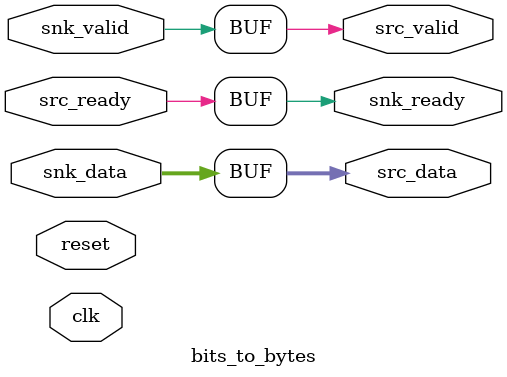
<source format=sv>
module bits_to_bytes
(
	input wire        clk,
	input wire        reset,
	
	input  wire [7:0] snk_data,
	input  wire       snk_valid,
	output wire       snk_ready,
	
	output wire [7:0] src_data,
	output wire       src_valid,
	input  wire       src_ready
);


assign snk_ready = src_ready;
assign src_valid = snk_valid;
assign src_data = snk_data;

endmodule

</source>
